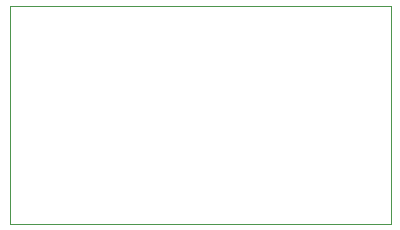
<source format=gko>
G04 #@! TF.GenerationSoftware,KiCad,Pcbnew,(5.1.0-1558-g0ba0c1724)*
G04 #@! TF.CreationDate,2019-12-01T14:41:24-08:00*
G04 #@! TF.ProjectId,8to4Stepper,38746f34-5374-4657-9070-65722e6b6963,rev?*
G04 #@! TF.SameCoordinates,Original*
G04 #@! TF.FileFunction,Profile,NP*
%FSLAX46Y46*%
G04 Gerber Fmt 4.6, Leading zero omitted, Abs format (unit mm)*
G04 Created by KiCad (PCBNEW (5.1.0-1558-g0ba0c1724)) date 2019-12-01 14:41:24*
%MOMM*%
%LPD*%
G04 APERTURE LIST*
%ADD10C,0.050000*%
G04 APERTURE END LIST*
D10*
X177000000Y-129000000D02*
X177000000Y-110500000D01*
X209250000Y-129000000D02*
X177000000Y-129000000D01*
X209250000Y-110500000D02*
X209250000Y-129000000D01*
X177000000Y-110500000D02*
X209250000Y-110500000D01*
M02*

</source>
